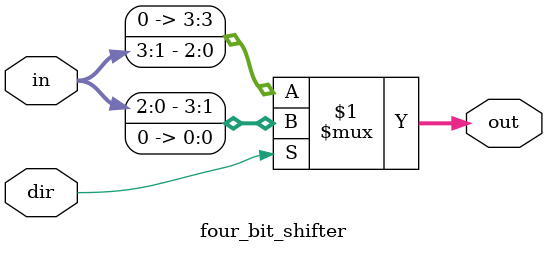
<source format=v>
module four_bit_shifter(
	in,
	dir,
	out
);

	input  [3:0]  in;
	input 		 dir;
	
	output [3:0] out;		 
	
	assign out = dir ? {in[2:0], 1'b0} : {1'b0, in[3:1]};

endmodule 
</source>
